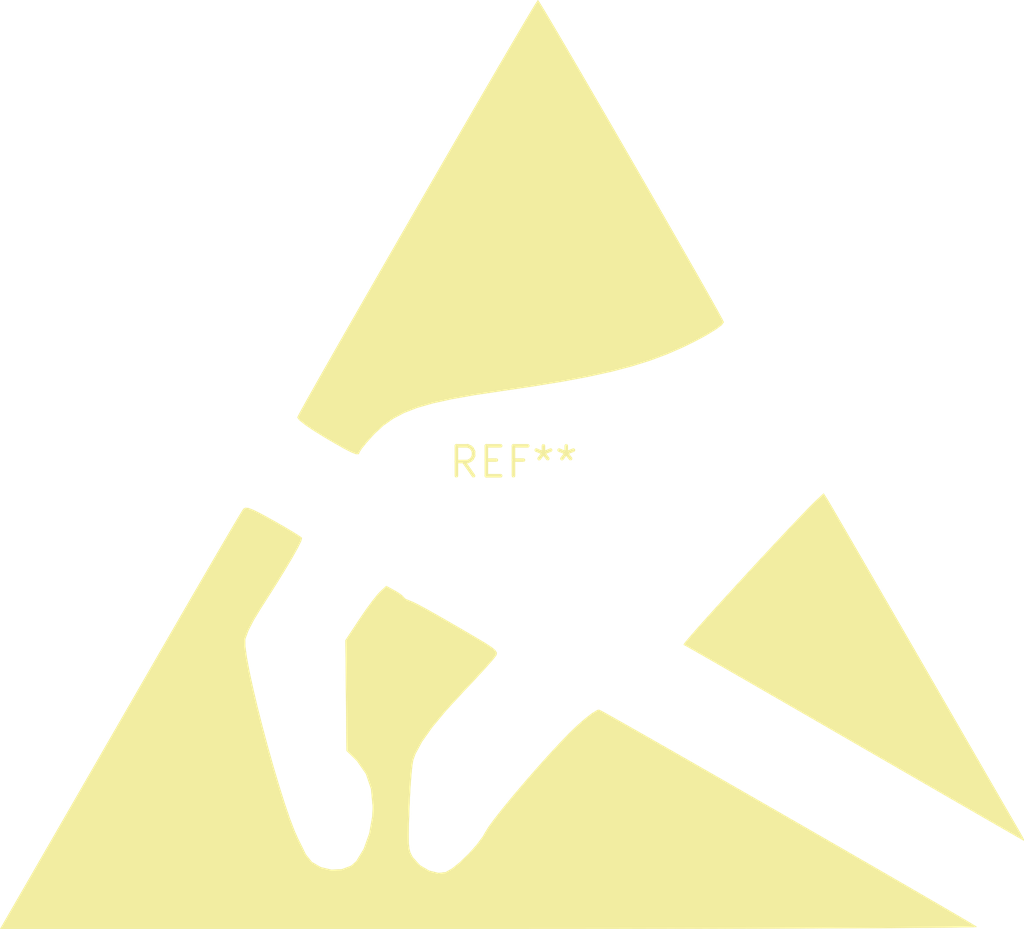
<source format=kicad_pcb>
(kicad_pcb (version 20240108) (generator pcbnew)
  (layers (0 "F.Cu" signal) (31 "B.Cu" signal) (34 "B.Paste" user) (35 "F.Paste" user) (36 "B.SilkS" user "B.Silkscreen") (37 "F.SilkS" user "F.Silkscreen") (38 "B.Mask" user) (39 "F.Mask" user) (44 "Edge.Cuts" user))
  (net 0 "")
  (footprint "ESD-Logo_44.1x40mm_SilkScreen" (layer "F.Cu") (at 0 0)
    (property "Reference" "REF**")
    (property "Value" "ESD-Logo_44.1x40mm_SilkScreen")
    (fp_poly (pts (xy 13.304269 1.570511) (xy 13.380446 1.69819) (xy 13.551673 1.990901) (xy 13.809482 2.434022) (xy 14.145408 3.012927) (xy 14.550981 3.712993) (xy 15.017736 4.519593) (xy 15.537204 5.418106) (xy 16.100919 6.393905) (xy 16.700413 7.432366) (xy 17.317044 8.501225) (xy 17.946795 9.593112) (xy 18.551423 10.641316) (xy 19.122167 11.630651) (xy 19.650261 12.545931) (xy 20.126943 13.371971) (xy 20.543447 14.093586) (xy 20.891011 14.695589) (xy 21.16087 15.162795) (xy 21.344261 15.480019) (xy 21.430493 15.628776) (xy 21.571067 15.880089) (xy 21.6475 16.037401) (xy 21.651688 16.064774) (xy 21.558544 16.013376) (xy 21.29952 15.865853) (xy 20.888157 15.630011) (xy 20.337993 15.313656) (xy 19.66257 14.924594) (xy 18.875426 14.470631) (xy 17.990101 13.959573) (xy 17.020135 13.399227) (xy 15.979067 12.797397) (xy 14.880437 12.16189) (xy 14.462449 11.920001) (xy 13.344159 11.273048) (xy 12.277065 10.656242) (xy 11.274864 10.077466) (xy 10.351254 9.544608) (xy 9.519931 9.065553) (xy 8.794596 8.648186) (xy 8.188944 8.300395) (xy 7.716673 8.030065) (xy 7.391482 7.845081) (xy 7.227068 7.753329) (xy 7.209877 7.744641) (xy 7.259974 7.665965) (xy 7.434311 7.45561) (xy 7.715087 7.132954) (xy 8.084506 6.717374) (xy 8.524767 6.228247) (xy 9.018073 5.684952) (xy 9.546624 5.106867) (xy 10.092623 4.513368) (xy 10.638271 3.923834) (xy 11.165769 3.357642) (xy 11.657319 2.83417) (xy 12.095121 2.372795) (xy 12.461378 1.992896) (xy 12.738291 1.71385) (xy 12.833261 1.622348) (xy 13.147979 1.326736) (xy 13.304269 1.570511)) (layer "F.SilkS") (stroke (width 0.01)) (fill solid))
    (fp_poly (pts (xy 1.098082 -19.507061) (xy 1.252187 -19.256642) (xy 1.489613 -18.859907) (xy 1.800623 -18.333737) (xy 2.175484 -17.69501) (xy 2.604461 -16.960608) (xy 3.077818 -16.147409) (xy 3.585821 -15.272294) (xy 4.118735 -14.352142) (xy 4.666825 -13.403833) (xy 5.220356 -12.444246) (xy 5.769594 -11.490263) (xy 6.304803 -10.558761) (xy 6.816248 -9.666622) (xy 7.294195 -8.830724) (xy 7.728909 -8.067949) (xy 8.110655 -7.395174) (xy 8.429698 -6.829281) (xy 8.676303 -6.387149) (xy 8.840736 -6.085658) (xy 8.913261 -5.941687) (xy 8.915918 -5.932688) (xy 8.825884 -5.81052) (xy 8.575618 -5.623648) (xy 8.194882 -5.390412) (xy 7.713432 -5.129155) (xy 7.209403 -4.880885) (xy 6.523583 -4.579835) (xy 5.802363 -4.309341) (xy 5.020898 -4.063393) (xy 4.154341 -3.83598) (xy 3.177848 -3.621092) (xy 2.066573 -3.412719) (xy 0.795671 -3.204849) (xy -0.518987 -3.011275) (xy -1.661192 -2.839542) (xy -2.620352 -2.66953) (xy -3.420519 -2.492788) (xy -4.085744 -2.300869) (xy -4.640079 -2.085322) (xy -5.107576 -1.8377) (xy -5.512287 -1.549552) (xy -5.878265 -1.212431) (xy -5.99628 -1.087195) (xy -6.252081 -0.795638) (xy -6.441308 -0.557721) (xy -6.529091 -0.417809) (xy -6.531429 -0.406339) (xy -6.562142 -0.335993) (xy -6.668724 -0.335199) (xy -6.872835 -0.413319) (xy -7.196137 -0.579715) (xy -7.66029 -0.843749) (xy -7.982857 -1.033618) (xy -8.463852 -1.330429) (xy -8.837649 -1.584579) (xy -9.079125 -1.777788) (xy -9.163161 -1.891771) (xy -9.16311 -1.892599) (xy -9.110998 -2.001219) (xy -8.963826 -2.273241) (xy -8.730136 -2.693839) (xy -8.418472 -3.248187) (xy -8.037375 -3.92146) (xy -7.595389 -4.698834) (xy -7.101056 -5.565481) (xy -6.562919 -6.506579) (xy -5.98952 -7.5073) (xy -5.389403 -8.55282) (xy -4.77111 -9.628313) (xy -4.143183 -10.718955) (xy -3.514166 -11.80992) (xy -2.8926 -12.886382) (xy -2.28703 -13.933516) (xy -1.705996 -14.936498) (xy -1.158043 -15.880501) (xy -0.651713 -16.750701) (xy -0.195548 -17.532272) (xy 0.201908 -18.210388) (xy 0.532114 -18.770226) (xy 0.786526 -19.196959) (xy 0.956602 -19.475761) (xy 1.0338 -19.591809) (xy 1.037032 -19.594286) (xy 1.098082 -19.507061)) (layer "F.SilkS") (stroke (width 0.01)) (fill solid))
    (fp_poly (pts (xy -11.2317 1.948979) (xy -11.013981 2.033174) (xy -10.68214 2.20036) (xy -10.205662 2.462516) (xy -10.168561 2.483351) (xy -9.729726 2.734289) (xy -9.359392 2.954136) (xy -9.093932 3.120717) (xy -8.969719 3.21186) (xy -8.966245 3.216322) (xy -8.996248 3.342855) (xy -9.133891 3.625438) (xy -9.370204 4.048674) (xy -9.696215 4.597166) (xy -10.102952 5.255514) (xy -10.581445 6.008323) (xy -10.700532 6.192943) (xy -11.010804 6.705249) (xy -11.236733 7.146089) (xy -11.358489 7.475604) (xy -11.370981 7.540698) (xy -11.365437 7.827229) (xy -11.303321 8.281726) (xy -11.192376 8.875034) (xy -11.040346 9.577999) (xy -10.854972 10.361468) (xy -10.643999 11.196285) (xy -10.41517 12.053296) (xy -10.176227 12.903347) (xy -9.934914 13.717285) (xy -9.698973 14.465953) (xy -9.476148 15.120199) (xy -9.274181 15.650868) (xy -9.13339 15.965714) (xy -8.967544 16.301101) (xy -8.81095 16.622027) (xy -8.802473 16.639592) (xy -8.543405 16.963758) (xy -8.165299 17.182033) (xy -7.725141 17.286635) (xy -7.279921 17.269784) (xy -6.886627 17.1237) (xy -6.665373 16.931374) (xy -6.34674 16.403902) (xy -6.113255 15.746529) (xy -5.985151 15.026277) (xy -5.967002 14.617959) (xy -6.04009 13.855892) (xy -6.254602 13.224826) (xy -6.622081 12.694133) (xy -6.736674 12.57601) (xy -7.077698 12.244674) (xy -7.101117 9.902666) (xy -7.124535 7.560659) (xy -6.527751 6.657268) (xy -6.247705 6.248368) (xy -5.978002 5.880528) (xy -5.757118 5.605027) (xy -5.662175 5.503651) (xy -5.393383 5.253423) (xy -5.029345 5.449471) (xy -4.799251 5.589948) (xy -4.673355 5.699018) (xy -4.665306 5.71863) (xy -4.579261 5.801771) (xy -4.432041 5.863682) (xy -4.289774 5.919481) (xy -4.071928 6.02549) (xy -3.759802 6.192057) (xy -3.334694 6.429529) (xy -2.777905 6.748253) (xy -2.070733 7.158578) (xy -1.686441 7.382891) (xy -1.234393 7.65158) (xy -0.937912 7.842944) (xy -0.770765 7.979362) (xy -0.706718 8.083214) (xy -0.719538 8.176879) (xy -0.730228 8.198639) (xy -0.834217 8.335662) (xy -1.056724 8.592696) (xy -1.371828 8.940989) (xy -1.753608 9.351789) (xy -2.083802 9.700032) (xy -2.844698 10.526571) (xy -3.439948 11.24298) (xy -3.874861 11.856463) (xy -4.154748 12.374221) (xy -4.249158 12.637143) (xy -4.288156 12.867299) (xy -4.328433 13.259897) (xy -4.366447 13.770088) (xy -4.398656 14.353024) (xy -4.413814 14.721633) (xy -4.434969 15.358863) (xy -4.444274 15.824742) (xy -4.438992 16.155067) (xy -4.416388 16.385635) (xy -4.373726 16.552241) (xy -4.30827 16.690681) (xy -4.256856 16.775212) (xy -3.959957 17.101027) (xy -3.577383 17.328075) (xy -3.174852 17.427094) (xy -2.873196 17.391268) (xy -2.600062 17.236269) (xy -2.257686 16.958683) (xy -1.894087 16.606926) (xy -1.557287 16.229413) (xy -1.295305 15.874563) (xy -1.198844 15.703093) (xy -1.054346 15.468305) (xy -0.791534 15.110684) (xy -0.434421 14.658179) (xy -0.007019 14.138743) (xy 0.46666 13.580324) (xy 0.962603 13.010876) (xy 1.456798 12.458347) (xy 1.925233 11.95069) (xy 2.343896 11.515855) (xy 2.672598 11.196643) (xy 3.03754 10.877769) (xy 3.344545 10.642651) (xy 3.559875 10.515741) (xy 3.631355 10.501788) (xy 3.740895 10.55808) (xy 4.014123 10.709171) (xy 4.43527 10.94599) (xy 4.988572 11.259466) (xy 5.658261 11.640526) (xy 6.428572 12.080099) (xy 7.283737 12.569114) (xy 8.20799 13.098499) (xy 9.185564 13.659182) (xy 10.200694 14.242092) (xy 11.237612 14.838157) (xy 12.280552 15.438305) (xy 13.313747 16.033466) (xy 14.321432 16.614568) (xy 15.287839 17.172538) (xy 16.197203 17.698305) (xy 17.033755 18.182799) (xy 17.781731 18.616946) (xy 18.425364 18.991676) (xy 18.948886 19.297917) (xy 19.336532 19.526598) (xy 19.572535 19.668647) (xy 19.640939 19.713225) (xy 19.54881 19.722036) (xy 19.258984 19.7306) (xy 18.781108 19.738877) (xy 18.124833 19.746826) (xy 17.299807 19.754405) (xy 16.315679 19.761573) (xy 15.182098 19.768289) (xy 13.908713 19.774511) (xy 12.505173 19.780198) (xy 10.981127 19.785309) (xy 9.346224 19.789802) (xy 7.610113 19.793636) (xy 5.782443 19.79677) (xy 3.872863 19.799163) (xy 1.891021 19.800773) (xy -0.153432 19.801558) (xy -1.011285 19.801633) (xy -21.761998 19.801633) (xy -20.282093 17.235714) (xy -19.968803 16.69239) (xy -19.565522 15.992785) (xy -19.085731 15.160302) (xy -18.542916 14.218343) (xy -17.95056 13.190308) (xy -17.322147 12.0996) (xy -16.67116 10.96962) (xy -16.011085 9.823769) (xy -15.355404 8.68545) (xy -15.189582 8.397551) (xy -14.584943 7.348924) (xy -14.00835 6.351172) (xy -13.46847 5.41915) (xy -12.973966 4.56771) (xy -12.533504 3.811707) (xy -12.155748 3.165993) (xy -11.849364 2.645422) (xy -11.623015 2.264847) (xy -11.485366 2.039123) (xy -11.446849 1.981656) (xy -11.365817 1.935799) (xy -11.2317 1.948979)) (layer "F.SilkS") (stroke (width 0.01)) (fill solid))
  )
)
</source>
